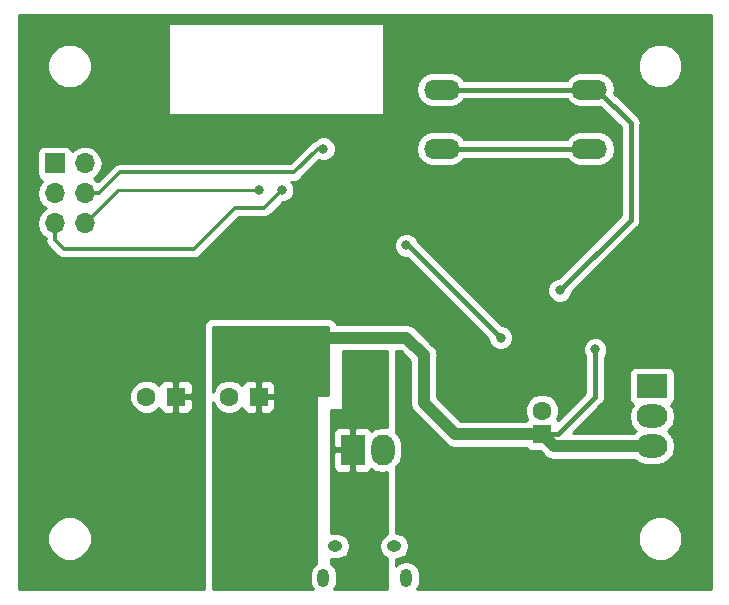
<source format=gbr>
G04 #@! TF.GenerationSoftware,KiCad,Pcbnew,5.0.1*
G04 #@! TF.CreationDate,2018-11-13T21:20:22+00:00*
G04 #@! TF.ProjectId,ESP8266-WS2812B,455350383236362D575332383132422E,rev?*
G04 #@! TF.SameCoordinates,Original*
G04 #@! TF.FileFunction,Copper,L2,Bot,Signal*
G04 #@! TF.FilePolarity,Positive*
%FSLAX46Y46*%
G04 Gerber Fmt 4.6, Leading zero omitted, Abs format (unit mm)*
G04 Created by KiCad (PCBNEW 5.0.1) date Tue 13 Nov 2018 21:20:22 GMT*
%MOMM*%
%LPD*%
G01*
G04 APERTURE LIST*
G04 #@! TA.AperFunction,ComponentPad*
%ADD10C,1.600000*%
G04 #@! TD*
G04 #@! TA.AperFunction,ComponentPad*
%ADD11R,1.600000X1.600000*%
G04 #@! TD*
G04 #@! TA.AperFunction,ComponentPad*
%ADD12O,1.000000X1.550000*%
G04 #@! TD*
G04 #@! TA.AperFunction,ComponentPad*
%ADD13O,1.250000X0.950000*%
G04 #@! TD*
G04 #@! TA.AperFunction,ComponentPad*
%ADD14O,2.000000X2.600000*%
G04 #@! TD*
G04 #@! TA.AperFunction,ComponentPad*
%ADD15R,2.000000X2.600000*%
G04 #@! TD*
G04 #@! TA.AperFunction,ComponentPad*
%ADD16O,2.600000X2.000000*%
G04 #@! TD*
G04 #@! TA.AperFunction,ComponentPad*
%ADD17R,2.600000X2.000000*%
G04 #@! TD*
G04 #@! TA.AperFunction,ComponentPad*
%ADD18O,3.048000X1.727200*%
G04 #@! TD*
G04 #@! TA.AperFunction,ComponentPad*
%ADD19O,1.700000X1.700000*%
G04 #@! TD*
G04 #@! TA.AperFunction,ComponentPad*
%ADD20R,1.700000X1.700000*%
G04 #@! TD*
G04 #@! TA.AperFunction,ViaPad*
%ADD21C,0.800000*%
G04 #@! TD*
G04 #@! TA.AperFunction,Conductor*
%ADD22C,1.000000*%
G04 #@! TD*
G04 #@! TA.AperFunction,Conductor*
%ADD23C,0.400000*%
G04 #@! TD*
G04 #@! TA.AperFunction,Conductor*
%ADD24C,0.250000*%
G04 #@! TD*
G04 #@! TA.AperFunction,Conductor*
%ADD25C,0.300000*%
G04 #@! TD*
G04 #@! TA.AperFunction,Conductor*
%ADD26C,0.254000*%
G04 #@! TD*
G04 APERTURE END LIST*
D10*
G04 #@! TO.P,C1,2*
G04 #@! TO.N,GND*
X145000000Y-134176000D03*
D11*
G04 #@! TO.P,C1,1*
G04 #@! TO.N,+5V*
X145000000Y-136176000D03*
G04 #@! TD*
D10*
G04 #@! TO.P,C5,2*
G04 #@! TO.N,GND*
X118500000Y-133000000D03*
D11*
G04 #@! TO.P,C5,1*
G04 #@! TO.N,+5V*
X121000000Y-133000000D03*
G04 #@! TD*
G04 #@! TO.P,C6,1*
G04 #@! TO.N,+3V3*
X114000000Y-133000000D03*
D10*
G04 #@! TO.P,C6,2*
G04 #@! TO.N,GND*
X111500000Y-133000000D03*
G04 #@! TD*
D12*
G04 #@! TO.P,J1,6*
G04 #@! TO.N,GND*
X133500000Y-148350000D03*
X126500000Y-148350000D03*
D13*
X132500000Y-145650000D03*
X127500000Y-145650000D03*
G04 #@! TD*
D14*
G04 #@! TO.P,J2,2*
G04 #@! TO.N,GND*
X131500000Y-137500000D03*
D15*
G04 #@! TO.P,J2,1*
G04 #@! TO.N,/5V_Input*
X128960000Y-137500000D03*
G04 #@! TD*
D16*
G04 #@! TO.P,J4,3*
G04 #@! TO.N,+5V*
X154305000Y-137192000D03*
G04 #@! TO.P,J4,2*
G04 #@! TO.N,/DATA*
X154305000Y-134652000D03*
D17*
G04 #@! TO.P,J4,1*
G04 #@! TO.N,GND*
X154305000Y-132112000D03*
G04 #@! TD*
D18*
G04 #@! TO.P,SW1,2*
G04 #@! TO.N,/Button_Open_Side*
X149000000Y-107000000D03*
G04 #@! TO.P,SW1,1*
G04 #@! TO.N,/ESP8266/GPIO4*
X149000000Y-112000000D03*
G04 #@! TO.P,SW1,2*
G04 #@! TO.N,/Button_Open_Side*
X136500000Y-107000000D03*
G04 #@! TO.P,SW1,1*
G04 #@! TO.N,/ESP8266/GPIO4*
X136500000Y-112000000D03*
G04 #@! TD*
D19*
G04 #@! TO.P,J3,6*
G04 #@! TO.N,/GPIO0*
X106290000Y-118330000D03*
G04 #@! TO.P,J3,5*
G04 #@! TO.N,/TXD*
X103750000Y-118330000D03*
G04 #@! TO.P,J3,4*
G04 #@! TO.N,/RXD*
X106290000Y-115790000D03*
G04 #@! TO.P,J3,3*
G04 #@! TO.N,Net-(J3-Pad3)*
X103750000Y-115790000D03*
G04 #@! TO.P,J3,2*
G04 #@! TO.N,/~RST*
X106290000Y-113250000D03*
D20*
G04 #@! TO.P,J3,1*
G04 #@! TO.N,GND*
X103750000Y-113250000D03*
G04 #@! TD*
D21*
G04 #@! TO.N,+5V*
X125500000Y-132500016D03*
X125500000Y-131000000D03*
X124999998Y-140499998D03*
X149500000Y-129000000D03*
G04 #@! TO.N,+3V3*
X110000000Y-104000000D03*
X112000000Y-112000000D03*
X105999948Y-125000000D03*
X105000000Y-124000000D03*
X138500000Y-121000000D03*
X138500000Y-117000000D03*
X142000000Y-120500000D03*
X145000000Y-120500000D03*
X137500000Y-145500000D03*
G04 #@! TO.N,/ESP8266/GPIO2*
X141500000Y-128000000D03*
X133500000Y-120190000D03*
G04 #@! TO.N,/Button_Open_Side*
X146500000Y-124000000D03*
G04 #@! TO.N,/5V_Input*
X130500000Y-130500000D03*
X130000000Y-132000000D03*
X128000000Y-144000000D03*
X128500000Y-147500000D03*
G04 #@! TO.N,/GPIO0*
X120999958Y-115500000D03*
G04 #@! TO.N,/TXD*
X123000000Y-115500000D03*
G04 #@! TO.N,/RXD*
X126500000Y-112000000D03*
G04 #@! TD*
D22*
G04 #@! TO.N,+5V*
X133500000Y-128000000D02*
X125500000Y-128000000D01*
X135000000Y-129500000D02*
X133500000Y-128000000D01*
X145000000Y-136176000D02*
X137676000Y-136176000D01*
X135000000Y-133500000D02*
X135000000Y-129500000D01*
X137676000Y-136176000D02*
X135000000Y-133500000D01*
X146016000Y-137192000D02*
X154305000Y-137192000D01*
X145000000Y-136176000D02*
X146016000Y-137192000D01*
D23*
X149500000Y-129000000D02*
X149500000Y-133000000D01*
X146324000Y-136176000D02*
X145000000Y-136176000D01*
X149500000Y-133000000D02*
X146324000Y-136176000D01*
G04 #@! TO.N,/ESP8266/GPIO2*
X133690000Y-120190000D02*
X133500000Y-120190000D01*
X141500000Y-128000000D02*
X133690000Y-120190000D01*
G04 #@! TO.N,/ESP8266/GPIO4*
X136500000Y-112000000D02*
X149000000Y-112000000D01*
G04 #@! TO.N,/Button_Open_Side*
X147076000Y-107000000D02*
X136500000Y-107000000D01*
X149000000Y-107000000D02*
X147076000Y-107000000D01*
X149660400Y-107000000D02*
X152500000Y-109839600D01*
X149000000Y-107000000D02*
X149660400Y-107000000D01*
X152500000Y-109839600D02*
X152500000Y-118000000D01*
X152500000Y-118000000D02*
X146500000Y-124000000D01*
D24*
G04 #@! TO.N,/GPIO0*
X109120000Y-115500000D02*
X120434273Y-115500000D01*
X106290000Y-118330000D02*
X109120000Y-115500000D01*
X120434273Y-115500000D02*
X120999958Y-115500000D01*
D25*
G04 #@! TO.N,/TXD*
X119000000Y-117000000D02*
X121500000Y-117000000D01*
X104500000Y-120500000D02*
X115500000Y-120500000D01*
X103750000Y-118330000D02*
X103750000Y-119750000D01*
X121500000Y-117000000D02*
X123000000Y-115500000D01*
X115500000Y-120500000D02*
X119000000Y-117000000D01*
X103750000Y-119750000D02*
X104500000Y-120500000D01*
G04 #@! TO.N,/RXD*
X107492081Y-115790000D02*
X109282081Y-114000000D01*
X106290000Y-115790000D02*
X107492081Y-115790000D01*
X109282081Y-114000000D02*
X124000000Y-114000000D01*
X124000000Y-114000000D02*
X126000000Y-112000000D01*
X126000000Y-112000000D02*
X126500000Y-112000000D01*
G04 #@! TD*
D26*
G04 #@! TO.N,+5V*
G36*
X126873000Y-132873000D02*
X126000000Y-132873000D01*
X125951399Y-132882667D01*
X125910197Y-132910197D01*
X125882667Y-132951399D01*
X125873000Y-133000000D01*
X125873000Y-147128896D01*
X125681711Y-147256711D01*
X125430854Y-147632146D01*
X125365000Y-147963218D01*
X125365000Y-148736783D01*
X125430854Y-149067855D01*
X125579287Y-149290000D01*
X117127000Y-149290000D01*
X117127000Y-133435120D01*
X117283466Y-133812862D01*
X117687138Y-134216534D01*
X118214561Y-134435000D01*
X118785439Y-134435000D01*
X119312862Y-134216534D01*
X119576155Y-133953241D01*
X119661673Y-134159699D01*
X119840302Y-134338327D01*
X120073691Y-134435000D01*
X120714250Y-134435000D01*
X120873000Y-134276250D01*
X120873000Y-133127000D01*
X121127000Y-133127000D01*
X121127000Y-134276250D01*
X121285750Y-134435000D01*
X121926309Y-134435000D01*
X122159698Y-134338327D01*
X122338327Y-134159699D01*
X122435000Y-133926310D01*
X122435000Y-133285750D01*
X122276250Y-133127000D01*
X121127000Y-133127000D01*
X120873000Y-133127000D01*
X120853000Y-133127000D01*
X120853000Y-132873000D01*
X120873000Y-132873000D01*
X120873000Y-131723750D01*
X121127000Y-131723750D01*
X121127000Y-132873000D01*
X122276250Y-132873000D01*
X122435000Y-132714250D01*
X122435000Y-132073690D01*
X122338327Y-131840301D01*
X122159698Y-131661673D01*
X121926309Y-131565000D01*
X121285750Y-131565000D01*
X121127000Y-131723750D01*
X120873000Y-131723750D01*
X120714250Y-131565000D01*
X120073691Y-131565000D01*
X119840302Y-131661673D01*
X119661673Y-131840301D01*
X119576155Y-132046759D01*
X119312862Y-131783466D01*
X118785439Y-131565000D01*
X118214561Y-131565000D01*
X117687138Y-131783466D01*
X117283466Y-132187138D01*
X117127000Y-132564880D01*
X117127000Y-127127000D01*
X126873000Y-127127000D01*
X126873000Y-132873000D01*
X126873000Y-132873000D01*
G37*
X126873000Y-132873000D02*
X126000000Y-132873000D01*
X125951399Y-132882667D01*
X125910197Y-132910197D01*
X125882667Y-132951399D01*
X125873000Y-133000000D01*
X125873000Y-147128896D01*
X125681711Y-147256711D01*
X125430854Y-147632146D01*
X125365000Y-147963218D01*
X125365000Y-148736783D01*
X125430854Y-149067855D01*
X125579287Y-149290000D01*
X117127000Y-149290000D01*
X117127000Y-133435120D01*
X117283466Y-133812862D01*
X117687138Y-134216534D01*
X118214561Y-134435000D01*
X118785439Y-134435000D01*
X119312862Y-134216534D01*
X119576155Y-133953241D01*
X119661673Y-134159699D01*
X119840302Y-134338327D01*
X120073691Y-134435000D01*
X120714250Y-134435000D01*
X120873000Y-134276250D01*
X120873000Y-133127000D01*
X121127000Y-133127000D01*
X121127000Y-134276250D01*
X121285750Y-134435000D01*
X121926309Y-134435000D01*
X122159698Y-134338327D01*
X122338327Y-134159699D01*
X122435000Y-133926310D01*
X122435000Y-133285750D01*
X122276250Y-133127000D01*
X121127000Y-133127000D01*
X120873000Y-133127000D01*
X120853000Y-133127000D01*
X120853000Y-132873000D01*
X120873000Y-132873000D01*
X120873000Y-131723750D01*
X121127000Y-131723750D01*
X121127000Y-132873000D01*
X122276250Y-132873000D01*
X122435000Y-132714250D01*
X122435000Y-132073690D01*
X122338327Y-131840301D01*
X122159698Y-131661673D01*
X121926309Y-131565000D01*
X121285750Y-131565000D01*
X121127000Y-131723750D01*
X120873000Y-131723750D01*
X120714250Y-131565000D01*
X120073691Y-131565000D01*
X119840302Y-131661673D01*
X119661673Y-131840301D01*
X119576155Y-132046759D01*
X119312862Y-131783466D01*
X118785439Y-131565000D01*
X118214561Y-131565000D01*
X117687138Y-131783466D01*
X117283466Y-132187138D01*
X117127000Y-132564880D01*
X117127000Y-127127000D01*
X126873000Y-127127000D01*
X126873000Y-132873000D01*
G04 #@! TO.N,/5V_Input*
G36*
X131873000Y-135607163D02*
X131500000Y-135532969D01*
X130862055Y-135659864D01*
X130518635Y-135889330D01*
X130498327Y-135840301D01*
X130319698Y-135661673D01*
X130086309Y-135565000D01*
X129245750Y-135565000D01*
X129087000Y-135723750D01*
X129087000Y-137373000D01*
X129107000Y-137373000D01*
X129107000Y-137627000D01*
X129087000Y-137627000D01*
X129087000Y-139276250D01*
X129245750Y-139435000D01*
X130086309Y-139435000D01*
X130319698Y-139338327D01*
X130498327Y-139159699D01*
X130518635Y-139110670D01*
X130862056Y-139340136D01*
X131500000Y-139467031D01*
X131873000Y-139392837D01*
X131873000Y-144633736D01*
X131549735Y-144849735D01*
X131304403Y-145216900D01*
X131218254Y-145650000D01*
X131304403Y-146083100D01*
X131549735Y-146450265D01*
X131873000Y-146666264D01*
X131873000Y-149290000D01*
X127420713Y-149290000D01*
X127569146Y-149067854D01*
X127635000Y-148736782D01*
X127635000Y-147963217D01*
X127569146Y-147632145D01*
X127318289Y-147256711D01*
X127127000Y-147128896D01*
X127127000Y-146737388D01*
X127240676Y-146760000D01*
X127759324Y-146760000D01*
X128083100Y-146695597D01*
X128450265Y-146450265D01*
X128695597Y-146083100D01*
X128781746Y-145650000D01*
X128695597Y-145216900D01*
X128450265Y-144849735D01*
X128083100Y-144604403D01*
X127759324Y-144540000D01*
X127240676Y-144540000D01*
X127127000Y-144562612D01*
X127127000Y-137785750D01*
X127325000Y-137785750D01*
X127325000Y-138926310D01*
X127421673Y-139159699D01*
X127600302Y-139338327D01*
X127833691Y-139435000D01*
X128674250Y-139435000D01*
X128833000Y-139276250D01*
X128833000Y-137627000D01*
X127483750Y-137627000D01*
X127325000Y-137785750D01*
X127127000Y-137785750D01*
X127127000Y-136073690D01*
X127325000Y-136073690D01*
X127325000Y-137214250D01*
X127483750Y-137373000D01*
X128833000Y-137373000D01*
X128833000Y-135723750D01*
X128674250Y-135565000D01*
X127833691Y-135565000D01*
X127600302Y-135661673D01*
X127421673Y-135840301D01*
X127325000Y-136073690D01*
X127127000Y-136073690D01*
X127127000Y-134127000D01*
X128000000Y-134127000D01*
X128048601Y-134117333D01*
X128089803Y-134089803D01*
X128117333Y-134048601D01*
X128127000Y-134000000D01*
X128127000Y-129135000D01*
X131873000Y-129135000D01*
X131873000Y-135607163D01*
X131873000Y-135607163D01*
G37*
X131873000Y-135607163D02*
X131500000Y-135532969D01*
X130862055Y-135659864D01*
X130518635Y-135889330D01*
X130498327Y-135840301D01*
X130319698Y-135661673D01*
X130086309Y-135565000D01*
X129245750Y-135565000D01*
X129087000Y-135723750D01*
X129087000Y-137373000D01*
X129107000Y-137373000D01*
X129107000Y-137627000D01*
X129087000Y-137627000D01*
X129087000Y-139276250D01*
X129245750Y-139435000D01*
X130086309Y-139435000D01*
X130319698Y-139338327D01*
X130498327Y-139159699D01*
X130518635Y-139110670D01*
X130862056Y-139340136D01*
X131500000Y-139467031D01*
X131873000Y-139392837D01*
X131873000Y-144633736D01*
X131549735Y-144849735D01*
X131304403Y-145216900D01*
X131218254Y-145650000D01*
X131304403Y-146083100D01*
X131549735Y-146450265D01*
X131873000Y-146666264D01*
X131873000Y-149290000D01*
X127420713Y-149290000D01*
X127569146Y-149067854D01*
X127635000Y-148736782D01*
X127635000Y-147963217D01*
X127569146Y-147632145D01*
X127318289Y-147256711D01*
X127127000Y-147128896D01*
X127127000Y-146737388D01*
X127240676Y-146760000D01*
X127759324Y-146760000D01*
X128083100Y-146695597D01*
X128450265Y-146450265D01*
X128695597Y-146083100D01*
X128781746Y-145650000D01*
X128695597Y-145216900D01*
X128450265Y-144849735D01*
X128083100Y-144604403D01*
X127759324Y-144540000D01*
X127240676Y-144540000D01*
X127127000Y-144562612D01*
X127127000Y-137785750D01*
X127325000Y-137785750D01*
X127325000Y-138926310D01*
X127421673Y-139159699D01*
X127600302Y-139338327D01*
X127833691Y-139435000D01*
X128674250Y-139435000D01*
X128833000Y-139276250D01*
X128833000Y-137627000D01*
X127483750Y-137627000D01*
X127325000Y-137785750D01*
X127127000Y-137785750D01*
X127127000Y-136073690D01*
X127325000Y-136073690D01*
X127325000Y-137214250D01*
X127483750Y-137373000D01*
X128833000Y-137373000D01*
X128833000Y-135723750D01*
X128674250Y-135565000D01*
X127833691Y-135565000D01*
X127600302Y-135661673D01*
X127421673Y-135840301D01*
X127325000Y-136073690D01*
X127127000Y-136073690D01*
X127127000Y-134127000D01*
X128000000Y-134127000D01*
X128048601Y-134117333D01*
X128089803Y-134089803D01*
X128117333Y-134048601D01*
X128127000Y-134000000D01*
X128127000Y-129135000D01*
X131873000Y-129135000D01*
X131873000Y-135607163D01*
G04 #@! TO.N,+3V3*
G36*
X159290000Y-149290000D02*
X134420713Y-149290000D01*
X134569146Y-149067854D01*
X134635000Y-148736782D01*
X134635000Y-147963217D01*
X134569146Y-147632145D01*
X134318289Y-147256711D01*
X133942854Y-147005854D01*
X133500000Y-146917765D01*
X133057145Y-147005854D01*
X132681711Y-147256711D01*
X132635000Y-147326619D01*
X132635000Y-146760000D01*
X132759324Y-146760000D01*
X133083100Y-146695597D01*
X133450265Y-146450265D01*
X133695597Y-146083100D01*
X133781746Y-145650000D01*
X133695597Y-145216900D01*
X133450265Y-144849735D01*
X133114001Y-144625050D01*
X153115000Y-144625050D01*
X153115000Y-145374950D01*
X153401974Y-146067767D01*
X153932233Y-146598026D01*
X154625050Y-146885000D01*
X155374950Y-146885000D01*
X156067767Y-146598026D01*
X156598026Y-146067767D01*
X156885000Y-145374950D01*
X156885000Y-144625050D01*
X156598026Y-143932233D01*
X156067767Y-143401974D01*
X155374950Y-143115000D01*
X154625050Y-143115000D01*
X153932233Y-143401974D01*
X153401974Y-143932233D01*
X153115000Y-144625050D01*
X133114001Y-144625050D01*
X133083100Y-144604403D01*
X132759324Y-144540000D01*
X132635000Y-144540000D01*
X132635000Y-139008015D01*
X132678769Y-138978769D01*
X133040136Y-138437945D01*
X133135000Y-137961030D01*
X133135000Y-137038969D01*
X133040136Y-136562055D01*
X132678769Y-136021231D01*
X132635000Y-135991986D01*
X132635000Y-129135000D01*
X133029869Y-129135000D01*
X133865001Y-129970133D01*
X133865000Y-133388217D01*
X133842765Y-133500000D01*
X133865000Y-133611782D01*
X133930854Y-133942854D01*
X134181711Y-134318289D01*
X134276482Y-134381613D01*
X136794390Y-136899523D01*
X136857711Y-136994289D01*
X137233145Y-137245146D01*
X137564217Y-137311000D01*
X137675999Y-137333235D01*
X137787781Y-137311000D01*
X143660132Y-137311000D01*
X143742191Y-137433809D01*
X143952235Y-137574157D01*
X144200000Y-137623440D01*
X144842308Y-137623440D01*
X145134389Y-137915521D01*
X145197711Y-138010289D01*
X145573145Y-138261146D01*
X146016000Y-138349235D01*
X146127783Y-138327000D01*
X152796985Y-138327000D01*
X152826231Y-138370769D01*
X153367055Y-138732136D01*
X153843969Y-138827000D01*
X154766031Y-138827000D01*
X155242945Y-138732136D01*
X155783769Y-138370769D01*
X156145136Y-137829945D01*
X156272031Y-137192000D01*
X156145136Y-136554055D01*
X155783769Y-136013231D01*
X155647232Y-135922000D01*
X155783769Y-135830769D01*
X156145136Y-135289945D01*
X156272031Y-134652000D01*
X156145136Y-134014055D01*
X155914511Y-133668900D01*
X156062809Y-133569809D01*
X156203157Y-133359765D01*
X156252440Y-133112000D01*
X156252440Y-131112000D01*
X156203157Y-130864235D01*
X156062809Y-130654191D01*
X155852765Y-130513843D01*
X155605000Y-130464560D01*
X153005000Y-130464560D01*
X152757235Y-130513843D01*
X152547191Y-130654191D01*
X152406843Y-130864235D01*
X152357560Y-131112000D01*
X152357560Y-133112000D01*
X152406843Y-133359765D01*
X152547191Y-133569809D01*
X152695489Y-133668900D01*
X152464864Y-134014055D01*
X152337969Y-134652000D01*
X152464864Y-135289945D01*
X152826231Y-135830769D01*
X152962768Y-135922000D01*
X152826231Y-136013231D01*
X152796985Y-136057000D01*
X147623867Y-136057000D01*
X150032286Y-133648583D01*
X150102001Y-133602001D01*
X150188043Y-133473231D01*
X150286552Y-133325801D01*
X150294519Y-133285750D01*
X150335000Y-133082237D01*
X150335000Y-133082234D01*
X150351357Y-133000001D01*
X150335000Y-132917768D01*
X150335000Y-129628711D01*
X150377431Y-129586280D01*
X150535000Y-129205874D01*
X150535000Y-128794126D01*
X150377431Y-128413720D01*
X150086280Y-128122569D01*
X149705874Y-127965000D01*
X149294126Y-127965000D01*
X148913720Y-128122569D01*
X148622569Y-128413720D01*
X148465000Y-128794126D01*
X148465000Y-129205874D01*
X148622569Y-129586280D01*
X148665000Y-129628711D01*
X148665001Y-132654130D01*
X146315140Y-135003992D01*
X146257809Y-134918191D01*
X146248409Y-134911910D01*
X146435000Y-134461439D01*
X146435000Y-133890561D01*
X146216534Y-133363138D01*
X145812862Y-132959466D01*
X145285439Y-132741000D01*
X144714561Y-132741000D01*
X144187138Y-132959466D01*
X143783466Y-133363138D01*
X143565000Y-133890561D01*
X143565000Y-134461439D01*
X143751591Y-134911910D01*
X143742191Y-134918191D01*
X143660132Y-135041000D01*
X138146133Y-135041000D01*
X136135000Y-133029869D01*
X136135000Y-129611781D01*
X136157235Y-129499999D01*
X136135000Y-129388217D01*
X136069146Y-129057145D01*
X135818289Y-128681711D01*
X135723521Y-128618389D01*
X134381613Y-127276482D01*
X134318289Y-127181711D01*
X133942855Y-126930854D01*
X133611783Y-126865000D01*
X133500000Y-126842765D01*
X133388217Y-126865000D01*
X127608147Y-126865000D01*
X127586664Y-126756996D01*
X127449013Y-126550987D01*
X127243004Y-126413336D01*
X127000000Y-126365000D01*
X117000000Y-126365000D01*
X116756996Y-126413336D01*
X116550987Y-126550987D01*
X116413336Y-126756996D01*
X116365000Y-127000000D01*
X116365000Y-149290000D01*
X100710000Y-149290000D01*
X100710000Y-144625050D01*
X103115000Y-144625050D01*
X103115000Y-145374950D01*
X103401974Y-146067767D01*
X103932233Y-146598026D01*
X104625050Y-146885000D01*
X105374950Y-146885000D01*
X106067767Y-146598026D01*
X106598026Y-146067767D01*
X106885000Y-145374950D01*
X106885000Y-144625050D01*
X106598026Y-143932233D01*
X106067767Y-143401974D01*
X105374950Y-143115000D01*
X104625050Y-143115000D01*
X103932233Y-143401974D01*
X103401974Y-143932233D01*
X103115000Y-144625050D01*
X100710000Y-144625050D01*
X100710000Y-132714561D01*
X110065000Y-132714561D01*
X110065000Y-133285439D01*
X110283466Y-133812862D01*
X110687138Y-134216534D01*
X111214561Y-134435000D01*
X111785439Y-134435000D01*
X112312862Y-134216534D01*
X112576155Y-133953241D01*
X112661673Y-134159699D01*
X112840302Y-134338327D01*
X113073691Y-134435000D01*
X113714250Y-134435000D01*
X113873000Y-134276250D01*
X113873000Y-133127000D01*
X114127000Y-133127000D01*
X114127000Y-134276250D01*
X114285750Y-134435000D01*
X114926309Y-134435000D01*
X115159698Y-134338327D01*
X115338327Y-134159699D01*
X115435000Y-133926310D01*
X115435000Y-133285750D01*
X115276250Y-133127000D01*
X114127000Y-133127000D01*
X113873000Y-133127000D01*
X113853000Y-133127000D01*
X113853000Y-132873000D01*
X113873000Y-132873000D01*
X113873000Y-131723750D01*
X114127000Y-131723750D01*
X114127000Y-132873000D01*
X115276250Y-132873000D01*
X115435000Y-132714250D01*
X115435000Y-132073690D01*
X115338327Y-131840301D01*
X115159698Y-131661673D01*
X114926309Y-131565000D01*
X114285750Y-131565000D01*
X114127000Y-131723750D01*
X113873000Y-131723750D01*
X113714250Y-131565000D01*
X113073691Y-131565000D01*
X112840302Y-131661673D01*
X112661673Y-131840301D01*
X112576155Y-132046759D01*
X112312862Y-131783466D01*
X111785439Y-131565000D01*
X111214561Y-131565000D01*
X110687138Y-131783466D01*
X110283466Y-132187138D01*
X110065000Y-132714561D01*
X100710000Y-132714561D01*
X100710000Y-115790000D01*
X102235908Y-115790000D01*
X102351161Y-116369418D01*
X102679375Y-116860625D01*
X102977761Y-117060000D01*
X102679375Y-117259375D01*
X102351161Y-117750582D01*
X102235908Y-118330000D01*
X102351161Y-118909418D01*
X102679375Y-119400625D01*
X102965001Y-119591474D01*
X102965001Y-119672684D01*
X102949622Y-119750000D01*
X103010546Y-120056291D01*
X103140251Y-120250408D01*
X103140254Y-120250411D01*
X103184048Y-120315953D01*
X103249590Y-120359747D01*
X103890253Y-121000411D01*
X103934047Y-121065953D01*
X103999589Y-121109747D01*
X103999591Y-121109749D01*
X104074625Y-121159885D01*
X104193708Y-121239454D01*
X104422684Y-121285000D01*
X104422688Y-121285000D01*
X104499999Y-121300378D01*
X104577310Y-121285000D01*
X115422688Y-121285000D01*
X115500000Y-121300378D01*
X115577312Y-121285000D01*
X115577316Y-121285000D01*
X115806292Y-121239454D01*
X116065953Y-121065953D01*
X116109749Y-121000408D01*
X117126031Y-119984126D01*
X132465000Y-119984126D01*
X132465000Y-120395874D01*
X132622569Y-120776280D01*
X132913720Y-121067431D01*
X133294126Y-121225000D01*
X133544133Y-121225000D01*
X140465000Y-128145868D01*
X140465000Y-128205874D01*
X140622569Y-128586280D01*
X140913720Y-128877431D01*
X141294126Y-129035000D01*
X141705874Y-129035000D01*
X142086280Y-128877431D01*
X142377431Y-128586280D01*
X142535000Y-128205874D01*
X142535000Y-127794126D01*
X142377431Y-127413720D01*
X142086280Y-127122569D01*
X141705874Y-126965000D01*
X141645868Y-126965000D01*
X134443081Y-119762214D01*
X134377431Y-119603720D01*
X134086280Y-119312569D01*
X133705874Y-119155000D01*
X133294126Y-119155000D01*
X132913720Y-119312569D01*
X132622569Y-119603720D01*
X132465000Y-119984126D01*
X117126031Y-119984126D01*
X119325158Y-117785000D01*
X121422688Y-117785000D01*
X121500000Y-117800378D01*
X121577312Y-117785000D01*
X121577316Y-117785000D01*
X121806292Y-117739454D01*
X122065953Y-117565953D01*
X122109749Y-117500408D01*
X123075158Y-116535000D01*
X123205874Y-116535000D01*
X123586280Y-116377431D01*
X123877431Y-116086280D01*
X124035000Y-115705874D01*
X124035000Y-115294126D01*
X123877431Y-114913720D01*
X123748711Y-114785000D01*
X123922688Y-114785000D01*
X124000000Y-114800378D01*
X124077312Y-114785000D01*
X124077316Y-114785000D01*
X124306292Y-114739454D01*
X124565953Y-114565953D01*
X124609749Y-114500408D01*
X126139292Y-112970866D01*
X126294126Y-113035000D01*
X126705874Y-113035000D01*
X127086280Y-112877431D01*
X127377431Y-112586280D01*
X127535000Y-112205874D01*
X127535000Y-112000000D01*
X134311641Y-112000000D01*
X134427950Y-112584725D01*
X134759170Y-113080430D01*
X135254875Y-113411650D01*
X135692002Y-113498600D01*
X137307998Y-113498600D01*
X137745125Y-113411650D01*
X138240830Y-113080430D01*
X138404821Y-112835000D01*
X147095179Y-112835000D01*
X147259170Y-113080430D01*
X147754875Y-113411650D01*
X148192002Y-113498600D01*
X149807998Y-113498600D01*
X150245125Y-113411650D01*
X150740830Y-113080430D01*
X151072050Y-112584725D01*
X151188359Y-112000000D01*
X151072050Y-111415275D01*
X150740830Y-110919570D01*
X150245125Y-110588350D01*
X149807998Y-110501400D01*
X148192002Y-110501400D01*
X147754875Y-110588350D01*
X147259170Y-110919570D01*
X147095179Y-111165000D01*
X138404821Y-111165000D01*
X138240830Y-110919570D01*
X137745125Y-110588350D01*
X137307998Y-110501400D01*
X135692002Y-110501400D01*
X135254875Y-110588350D01*
X134759170Y-110919570D01*
X134427950Y-111415275D01*
X134311641Y-112000000D01*
X127535000Y-112000000D01*
X127535000Y-111794126D01*
X127377431Y-111413720D01*
X127086280Y-111122569D01*
X126705874Y-110965000D01*
X126294126Y-110965000D01*
X125913720Y-111122569D01*
X125796112Y-111240177D01*
X125693708Y-111260546D01*
X125574625Y-111340115D01*
X125499591Y-111390251D01*
X125499589Y-111390253D01*
X125434047Y-111434047D01*
X125390253Y-111499589D01*
X123674843Y-113215000D01*
X109359391Y-113215000D01*
X109282080Y-113199622D01*
X109204769Y-113215000D01*
X109204765Y-113215000D01*
X108975789Y-113260546D01*
X108856706Y-113340115D01*
X108781672Y-113390251D01*
X108781670Y-113390253D01*
X108716128Y-113434047D01*
X108672334Y-113499589D01*
X107397444Y-114774479D01*
X107360625Y-114719375D01*
X107062239Y-114520000D01*
X107360625Y-114320625D01*
X107688839Y-113829418D01*
X107804092Y-113250000D01*
X107688839Y-112670582D01*
X107360625Y-112179375D01*
X106869418Y-111851161D01*
X106436256Y-111765000D01*
X106143744Y-111765000D01*
X105710582Y-111851161D01*
X105219375Y-112179375D01*
X105207184Y-112197619D01*
X105198157Y-112152235D01*
X105057809Y-111942191D01*
X104847765Y-111801843D01*
X104600000Y-111752560D01*
X102900000Y-111752560D01*
X102652235Y-111801843D01*
X102442191Y-111942191D01*
X102301843Y-112152235D01*
X102252560Y-112400000D01*
X102252560Y-114100000D01*
X102301843Y-114347765D01*
X102442191Y-114557809D01*
X102652235Y-114698157D01*
X102697619Y-114707184D01*
X102679375Y-114719375D01*
X102351161Y-115210582D01*
X102235908Y-115790000D01*
X100710000Y-115790000D01*
X100710000Y-104625050D01*
X103115000Y-104625050D01*
X103115000Y-105374950D01*
X103401974Y-106067767D01*
X103932233Y-106598026D01*
X104625050Y-106885000D01*
X105374950Y-106885000D01*
X106067767Y-106598026D01*
X106598026Y-106067767D01*
X106885000Y-105374950D01*
X106885000Y-104625050D01*
X106598026Y-103932233D01*
X106067767Y-103401974D01*
X105374950Y-103115000D01*
X104625050Y-103115000D01*
X103932233Y-103401974D01*
X103401974Y-103932233D01*
X103115000Y-104625050D01*
X100710000Y-104625050D01*
X100710000Y-101500000D01*
X113373000Y-101500000D01*
X113373000Y-109000000D01*
X113382667Y-109048601D01*
X113410197Y-109089803D01*
X113451399Y-109117333D01*
X113500000Y-109127000D01*
X131500000Y-109127000D01*
X131548601Y-109117333D01*
X131589803Y-109089803D01*
X131617333Y-109048601D01*
X131627000Y-109000000D01*
X131627000Y-107000000D01*
X134311641Y-107000000D01*
X134427950Y-107584725D01*
X134759170Y-108080430D01*
X135254875Y-108411650D01*
X135692002Y-108498600D01*
X137307998Y-108498600D01*
X137745125Y-108411650D01*
X138240830Y-108080430D01*
X138404821Y-107835000D01*
X147095179Y-107835000D01*
X147259170Y-108080430D01*
X147754875Y-108411650D01*
X148192002Y-108498600D01*
X149807998Y-108498600D01*
X149949906Y-108470373D01*
X151665000Y-110185468D01*
X151665001Y-117654130D01*
X146354133Y-122965000D01*
X146294126Y-122965000D01*
X145913720Y-123122569D01*
X145622569Y-123413720D01*
X145465000Y-123794126D01*
X145465000Y-124205874D01*
X145622569Y-124586280D01*
X145913720Y-124877431D01*
X146294126Y-125035000D01*
X146705874Y-125035000D01*
X147086280Y-124877431D01*
X147377431Y-124586280D01*
X147535000Y-124205874D01*
X147535000Y-124145867D01*
X153032286Y-118648583D01*
X153102001Y-118602001D01*
X153286552Y-118325801D01*
X153335000Y-118082237D01*
X153335000Y-118082234D01*
X153351357Y-118000001D01*
X153335000Y-117917768D01*
X153335000Y-109921837D01*
X153351358Y-109839600D01*
X153286552Y-109513799D01*
X153148584Y-109307316D01*
X153102001Y-109237599D01*
X153032283Y-109191015D01*
X151130773Y-107289505D01*
X151188359Y-107000000D01*
X151072050Y-106415275D01*
X150740830Y-105919570D01*
X150245125Y-105588350D01*
X149807998Y-105501400D01*
X148192002Y-105501400D01*
X147754875Y-105588350D01*
X147259170Y-105919570D01*
X147095179Y-106165000D01*
X138404821Y-106165000D01*
X138240830Y-105919570D01*
X137745125Y-105588350D01*
X137307998Y-105501400D01*
X135692002Y-105501400D01*
X135254875Y-105588350D01*
X134759170Y-105919570D01*
X134427950Y-106415275D01*
X134311641Y-107000000D01*
X131627000Y-107000000D01*
X131627000Y-104625050D01*
X153115000Y-104625050D01*
X153115000Y-105374950D01*
X153401974Y-106067767D01*
X153932233Y-106598026D01*
X154625050Y-106885000D01*
X155374950Y-106885000D01*
X156067767Y-106598026D01*
X156598026Y-106067767D01*
X156885000Y-105374950D01*
X156885000Y-104625050D01*
X156598026Y-103932233D01*
X156067767Y-103401974D01*
X155374950Y-103115000D01*
X154625050Y-103115000D01*
X153932233Y-103401974D01*
X153401974Y-103932233D01*
X153115000Y-104625050D01*
X131627000Y-104625050D01*
X131627000Y-101500000D01*
X131617333Y-101451399D01*
X131589803Y-101410197D01*
X131548601Y-101382667D01*
X131500000Y-101373000D01*
X113500000Y-101373000D01*
X113451399Y-101382667D01*
X113410197Y-101410197D01*
X113382667Y-101451399D01*
X113373000Y-101500000D01*
X100710000Y-101500000D01*
X100710000Y-100710000D01*
X159290001Y-100710000D01*
X159290000Y-149290000D01*
X159290000Y-149290000D01*
G37*
X159290000Y-149290000D02*
X134420713Y-149290000D01*
X134569146Y-149067854D01*
X134635000Y-148736782D01*
X134635000Y-147963217D01*
X134569146Y-147632145D01*
X134318289Y-147256711D01*
X133942854Y-147005854D01*
X133500000Y-146917765D01*
X133057145Y-147005854D01*
X132681711Y-147256711D01*
X132635000Y-147326619D01*
X132635000Y-146760000D01*
X132759324Y-146760000D01*
X133083100Y-146695597D01*
X133450265Y-146450265D01*
X133695597Y-146083100D01*
X133781746Y-145650000D01*
X133695597Y-145216900D01*
X133450265Y-144849735D01*
X133114001Y-144625050D01*
X153115000Y-144625050D01*
X153115000Y-145374950D01*
X153401974Y-146067767D01*
X153932233Y-146598026D01*
X154625050Y-146885000D01*
X155374950Y-146885000D01*
X156067767Y-146598026D01*
X156598026Y-146067767D01*
X156885000Y-145374950D01*
X156885000Y-144625050D01*
X156598026Y-143932233D01*
X156067767Y-143401974D01*
X155374950Y-143115000D01*
X154625050Y-143115000D01*
X153932233Y-143401974D01*
X153401974Y-143932233D01*
X153115000Y-144625050D01*
X133114001Y-144625050D01*
X133083100Y-144604403D01*
X132759324Y-144540000D01*
X132635000Y-144540000D01*
X132635000Y-139008015D01*
X132678769Y-138978769D01*
X133040136Y-138437945D01*
X133135000Y-137961030D01*
X133135000Y-137038969D01*
X133040136Y-136562055D01*
X132678769Y-136021231D01*
X132635000Y-135991986D01*
X132635000Y-129135000D01*
X133029869Y-129135000D01*
X133865001Y-129970133D01*
X133865000Y-133388217D01*
X133842765Y-133500000D01*
X133865000Y-133611782D01*
X133930854Y-133942854D01*
X134181711Y-134318289D01*
X134276482Y-134381613D01*
X136794390Y-136899523D01*
X136857711Y-136994289D01*
X137233145Y-137245146D01*
X137564217Y-137311000D01*
X137675999Y-137333235D01*
X137787781Y-137311000D01*
X143660132Y-137311000D01*
X143742191Y-137433809D01*
X143952235Y-137574157D01*
X144200000Y-137623440D01*
X144842308Y-137623440D01*
X145134389Y-137915521D01*
X145197711Y-138010289D01*
X145573145Y-138261146D01*
X146016000Y-138349235D01*
X146127783Y-138327000D01*
X152796985Y-138327000D01*
X152826231Y-138370769D01*
X153367055Y-138732136D01*
X153843969Y-138827000D01*
X154766031Y-138827000D01*
X155242945Y-138732136D01*
X155783769Y-138370769D01*
X156145136Y-137829945D01*
X156272031Y-137192000D01*
X156145136Y-136554055D01*
X155783769Y-136013231D01*
X155647232Y-135922000D01*
X155783769Y-135830769D01*
X156145136Y-135289945D01*
X156272031Y-134652000D01*
X156145136Y-134014055D01*
X155914511Y-133668900D01*
X156062809Y-133569809D01*
X156203157Y-133359765D01*
X156252440Y-133112000D01*
X156252440Y-131112000D01*
X156203157Y-130864235D01*
X156062809Y-130654191D01*
X155852765Y-130513843D01*
X155605000Y-130464560D01*
X153005000Y-130464560D01*
X152757235Y-130513843D01*
X152547191Y-130654191D01*
X152406843Y-130864235D01*
X152357560Y-131112000D01*
X152357560Y-133112000D01*
X152406843Y-133359765D01*
X152547191Y-133569809D01*
X152695489Y-133668900D01*
X152464864Y-134014055D01*
X152337969Y-134652000D01*
X152464864Y-135289945D01*
X152826231Y-135830769D01*
X152962768Y-135922000D01*
X152826231Y-136013231D01*
X152796985Y-136057000D01*
X147623867Y-136057000D01*
X150032286Y-133648583D01*
X150102001Y-133602001D01*
X150188043Y-133473231D01*
X150286552Y-133325801D01*
X150294519Y-133285750D01*
X150335000Y-133082237D01*
X150335000Y-133082234D01*
X150351357Y-133000001D01*
X150335000Y-132917768D01*
X150335000Y-129628711D01*
X150377431Y-129586280D01*
X150535000Y-129205874D01*
X150535000Y-128794126D01*
X150377431Y-128413720D01*
X150086280Y-128122569D01*
X149705874Y-127965000D01*
X149294126Y-127965000D01*
X148913720Y-128122569D01*
X148622569Y-128413720D01*
X148465000Y-128794126D01*
X148465000Y-129205874D01*
X148622569Y-129586280D01*
X148665000Y-129628711D01*
X148665001Y-132654130D01*
X146315140Y-135003992D01*
X146257809Y-134918191D01*
X146248409Y-134911910D01*
X146435000Y-134461439D01*
X146435000Y-133890561D01*
X146216534Y-133363138D01*
X145812862Y-132959466D01*
X145285439Y-132741000D01*
X144714561Y-132741000D01*
X144187138Y-132959466D01*
X143783466Y-133363138D01*
X143565000Y-133890561D01*
X143565000Y-134461439D01*
X143751591Y-134911910D01*
X143742191Y-134918191D01*
X143660132Y-135041000D01*
X138146133Y-135041000D01*
X136135000Y-133029869D01*
X136135000Y-129611781D01*
X136157235Y-129499999D01*
X136135000Y-129388217D01*
X136069146Y-129057145D01*
X135818289Y-128681711D01*
X135723521Y-128618389D01*
X134381613Y-127276482D01*
X134318289Y-127181711D01*
X133942855Y-126930854D01*
X133611783Y-126865000D01*
X133500000Y-126842765D01*
X133388217Y-126865000D01*
X127608147Y-126865000D01*
X127586664Y-126756996D01*
X127449013Y-126550987D01*
X127243004Y-126413336D01*
X127000000Y-126365000D01*
X117000000Y-126365000D01*
X116756996Y-126413336D01*
X116550987Y-126550987D01*
X116413336Y-126756996D01*
X116365000Y-127000000D01*
X116365000Y-149290000D01*
X100710000Y-149290000D01*
X100710000Y-144625050D01*
X103115000Y-144625050D01*
X103115000Y-145374950D01*
X103401974Y-146067767D01*
X103932233Y-146598026D01*
X104625050Y-146885000D01*
X105374950Y-146885000D01*
X106067767Y-146598026D01*
X106598026Y-146067767D01*
X106885000Y-145374950D01*
X106885000Y-144625050D01*
X106598026Y-143932233D01*
X106067767Y-143401974D01*
X105374950Y-143115000D01*
X104625050Y-143115000D01*
X103932233Y-143401974D01*
X103401974Y-143932233D01*
X103115000Y-144625050D01*
X100710000Y-144625050D01*
X100710000Y-132714561D01*
X110065000Y-132714561D01*
X110065000Y-133285439D01*
X110283466Y-133812862D01*
X110687138Y-134216534D01*
X111214561Y-134435000D01*
X111785439Y-134435000D01*
X112312862Y-134216534D01*
X112576155Y-133953241D01*
X112661673Y-134159699D01*
X112840302Y-134338327D01*
X113073691Y-134435000D01*
X113714250Y-134435000D01*
X113873000Y-134276250D01*
X113873000Y-133127000D01*
X114127000Y-133127000D01*
X114127000Y-134276250D01*
X114285750Y-134435000D01*
X114926309Y-134435000D01*
X115159698Y-134338327D01*
X115338327Y-134159699D01*
X115435000Y-133926310D01*
X115435000Y-133285750D01*
X115276250Y-133127000D01*
X114127000Y-133127000D01*
X113873000Y-133127000D01*
X113853000Y-133127000D01*
X113853000Y-132873000D01*
X113873000Y-132873000D01*
X113873000Y-131723750D01*
X114127000Y-131723750D01*
X114127000Y-132873000D01*
X115276250Y-132873000D01*
X115435000Y-132714250D01*
X115435000Y-132073690D01*
X115338327Y-131840301D01*
X115159698Y-131661673D01*
X114926309Y-131565000D01*
X114285750Y-131565000D01*
X114127000Y-131723750D01*
X113873000Y-131723750D01*
X113714250Y-131565000D01*
X113073691Y-131565000D01*
X112840302Y-131661673D01*
X112661673Y-131840301D01*
X112576155Y-132046759D01*
X112312862Y-131783466D01*
X111785439Y-131565000D01*
X111214561Y-131565000D01*
X110687138Y-131783466D01*
X110283466Y-132187138D01*
X110065000Y-132714561D01*
X100710000Y-132714561D01*
X100710000Y-115790000D01*
X102235908Y-115790000D01*
X102351161Y-116369418D01*
X102679375Y-116860625D01*
X102977761Y-117060000D01*
X102679375Y-117259375D01*
X102351161Y-117750582D01*
X102235908Y-118330000D01*
X102351161Y-118909418D01*
X102679375Y-119400625D01*
X102965001Y-119591474D01*
X102965001Y-119672684D01*
X102949622Y-119750000D01*
X103010546Y-120056291D01*
X103140251Y-120250408D01*
X103140254Y-120250411D01*
X103184048Y-120315953D01*
X103249590Y-120359747D01*
X103890253Y-121000411D01*
X103934047Y-121065953D01*
X103999589Y-121109747D01*
X103999591Y-121109749D01*
X104074625Y-121159885D01*
X104193708Y-121239454D01*
X104422684Y-121285000D01*
X104422688Y-121285000D01*
X104499999Y-121300378D01*
X104577310Y-121285000D01*
X115422688Y-121285000D01*
X115500000Y-121300378D01*
X115577312Y-121285000D01*
X115577316Y-121285000D01*
X115806292Y-121239454D01*
X116065953Y-121065953D01*
X116109749Y-121000408D01*
X117126031Y-119984126D01*
X132465000Y-119984126D01*
X132465000Y-120395874D01*
X132622569Y-120776280D01*
X132913720Y-121067431D01*
X133294126Y-121225000D01*
X133544133Y-121225000D01*
X140465000Y-128145868D01*
X140465000Y-128205874D01*
X140622569Y-128586280D01*
X140913720Y-128877431D01*
X141294126Y-129035000D01*
X141705874Y-129035000D01*
X142086280Y-128877431D01*
X142377431Y-128586280D01*
X142535000Y-128205874D01*
X142535000Y-127794126D01*
X142377431Y-127413720D01*
X142086280Y-127122569D01*
X141705874Y-126965000D01*
X141645868Y-126965000D01*
X134443081Y-119762214D01*
X134377431Y-119603720D01*
X134086280Y-119312569D01*
X133705874Y-119155000D01*
X133294126Y-119155000D01*
X132913720Y-119312569D01*
X132622569Y-119603720D01*
X132465000Y-119984126D01*
X117126031Y-119984126D01*
X119325158Y-117785000D01*
X121422688Y-117785000D01*
X121500000Y-117800378D01*
X121577312Y-117785000D01*
X121577316Y-117785000D01*
X121806292Y-117739454D01*
X122065953Y-117565953D01*
X122109749Y-117500408D01*
X123075158Y-116535000D01*
X123205874Y-116535000D01*
X123586280Y-116377431D01*
X123877431Y-116086280D01*
X124035000Y-115705874D01*
X124035000Y-115294126D01*
X123877431Y-114913720D01*
X123748711Y-114785000D01*
X123922688Y-114785000D01*
X124000000Y-114800378D01*
X124077312Y-114785000D01*
X124077316Y-114785000D01*
X124306292Y-114739454D01*
X124565953Y-114565953D01*
X124609749Y-114500408D01*
X126139292Y-112970866D01*
X126294126Y-113035000D01*
X126705874Y-113035000D01*
X127086280Y-112877431D01*
X127377431Y-112586280D01*
X127535000Y-112205874D01*
X127535000Y-112000000D01*
X134311641Y-112000000D01*
X134427950Y-112584725D01*
X134759170Y-113080430D01*
X135254875Y-113411650D01*
X135692002Y-113498600D01*
X137307998Y-113498600D01*
X137745125Y-113411650D01*
X138240830Y-113080430D01*
X138404821Y-112835000D01*
X147095179Y-112835000D01*
X147259170Y-113080430D01*
X147754875Y-113411650D01*
X148192002Y-113498600D01*
X149807998Y-113498600D01*
X150245125Y-113411650D01*
X150740830Y-113080430D01*
X151072050Y-112584725D01*
X151188359Y-112000000D01*
X151072050Y-111415275D01*
X150740830Y-110919570D01*
X150245125Y-110588350D01*
X149807998Y-110501400D01*
X148192002Y-110501400D01*
X147754875Y-110588350D01*
X147259170Y-110919570D01*
X147095179Y-111165000D01*
X138404821Y-111165000D01*
X138240830Y-110919570D01*
X137745125Y-110588350D01*
X137307998Y-110501400D01*
X135692002Y-110501400D01*
X135254875Y-110588350D01*
X134759170Y-110919570D01*
X134427950Y-111415275D01*
X134311641Y-112000000D01*
X127535000Y-112000000D01*
X127535000Y-111794126D01*
X127377431Y-111413720D01*
X127086280Y-111122569D01*
X126705874Y-110965000D01*
X126294126Y-110965000D01*
X125913720Y-111122569D01*
X125796112Y-111240177D01*
X125693708Y-111260546D01*
X125574625Y-111340115D01*
X125499591Y-111390251D01*
X125499589Y-111390253D01*
X125434047Y-111434047D01*
X125390253Y-111499589D01*
X123674843Y-113215000D01*
X109359391Y-113215000D01*
X109282080Y-113199622D01*
X109204769Y-113215000D01*
X109204765Y-113215000D01*
X108975789Y-113260546D01*
X108856706Y-113340115D01*
X108781672Y-113390251D01*
X108781670Y-113390253D01*
X108716128Y-113434047D01*
X108672334Y-113499589D01*
X107397444Y-114774479D01*
X107360625Y-114719375D01*
X107062239Y-114520000D01*
X107360625Y-114320625D01*
X107688839Y-113829418D01*
X107804092Y-113250000D01*
X107688839Y-112670582D01*
X107360625Y-112179375D01*
X106869418Y-111851161D01*
X106436256Y-111765000D01*
X106143744Y-111765000D01*
X105710582Y-111851161D01*
X105219375Y-112179375D01*
X105207184Y-112197619D01*
X105198157Y-112152235D01*
X105057809Y-111942191D01*
X104847765Y-111801843D01*
X104600000Y-111752560D01*
X102900000Y-111752560D01*
X102652235Y-111801843D01*
X102442191Y-111942191D01*
X102301843Y-112152235D01*
X102252560Y-112400000D01*
X102252560Y-114100000D01*
X102301843Y-114347765D01*
X102442191Y-114557809D01*
X102652235Y-114698157D01*
X102697619Y-114707184D01*
X102679375Y-114719375D01*
X102351161Y-115210582D01*
X102235908Y-115790000D01*
X100710000Y-115790000D01*
X100710000Y-104625050D01*
X103115000Y-104625050D01*
X103115000Y-105374950D01*
X103401974Y-106067767D01*
X103932233Y-106598026D01*
X104625050Y-106885000D01*
X105374950Y-106885000D01*
X106067767Y-106598026D01*
X106598026Y-106067767D01*
X106885000Y-105374950D01*
X106885000Y-104625050D01*
X106598026Y-103932233D01*
X106067767Y-103401974D01*
X105374950Y-103115000D01*
X104625050Y-103115000D01*
X103932233Y-103401974D01*
X103401974Y-103932233D01*
X103115000Y-104625050D01*
X100710000Y-104625050D01*
X100710000Y-101500000D01*
X113373000Y-101500000D01*
X113373000Y-109000000D01*
X113382667Y-109048601D01*
X113410197Y-109089803D01*
X113451399Y-109117333D01*
X113500000Y-109127000D01*
X131500000Y-109127000D01*
X131548601Y-109117333D01*
X131589803Y-109089803D01*
X131617333Y-109048601D01*
X131627000Y-109000000D01*
X131627000Y-107000000D01*
X134311641Y-107000000D01*
X134427950Y-107584725D01*
X134759170Y-108080430D01*
X135254875Y-108411650D01*
X135692002Y-108498600D01*
X137307998Y-108498600D01*
X137745125Y-108411650D01*
X138240830Y-108080430D01*
X138404821Y-107835000D01*
X147095179Y-107835000D01*
X147259170Y-108080430D01*
X147754875Y-108411650D01*
X148192002Y-108498600D01*
X149807998Y-108498600D01*
X149949906Y-108470373D01*
X151665000Y-110185468D01*
X151665001Y-117654130D01*
X146354133Y-122965000D01*
X146294126Y-122965000D01*
X145913720Y-123122569D01*
X145622569Y-123413720D01*
X145465000Y-123794126D01*
X145465000Y-124205874D01*
X145622569Y-124586280D01*
X145913720Y-124877431D01*
X146294126Y-125035000D01*
X146705874Y-125035000D01*
X147086280Y-124877431D01*
X147377431Y-124586280D01*
X147535000Y-124205874D01*
X147535000Y-124145867D01*
X153032286Y-118648583D01*
X153102001Y-118602001D01*
X153286552Y-118325801D01*
X153335000Y-118082237D01*
X153335000Y-118082234D01*
X153351357Y-118000001D01*
X153335000Y-117917768D01*
X153335000Y-109921837D01*
X153351358Y-109839600D01*
X153286552Y-109513799D01*
X153148584Y-109307316D01*
X153102001Y-109237599D01*
X153032283Y-109191015D01*
X151130773Y-107289505D01*
X151188359Y-107000000D01*
X151072050Y-106415275D01*
X150740830Y-105919570D01*
X150245125Y-105588350D01*
X149807998Y-105501400D01*
X148192002Y-105501400D01*
X147754875Y-105588350D01*
X147259170Y-105919570D01*
X147095179Y-106165000D01*
X138404821Y-106165000D01*
X138240830Y-105919570D01*
X137745125Y-105588350D01*
X137307998Y-105501400D01*
X135692002Y-105501400D01*
X135254875Y-105588350D01*
X134759170Y-105919570D01*
X134427950Y-106415275D01*
X134311641Y-107000000D01*
X131627000Y-107000000D01*
X131627000Y-104625050D01*
X153115000Y-104625050D01*
X153115000Y-105374950D01*
X153401974Y-106067767D01*
X153932233Y-106598026D01*
X154625050Y-106885000D01*
X155374950Y-106885000D01*
X156067767Y-106598026D01*
X156598026Y-106067767D01*
X156885000Y-105374950D01*
X156885000Y-104625050D01*
X156598026Y-103932233D01*
X156067767Y-103401974D01*
X155374950Y-103115000D01*
X154625050Y-103115000D01*
X153932233Y-103401974D01*
X153401974Y-103932233D01*
X153115000Y-104625050D01*
X131627000Y-104625050D01*
X131627000Y-101500000D01*
X131617333Y-101451399D01*
X131589803Y-101410197D01*
X131548601Y-101382667D01*
X131500000Y-101373000D01*
X113500000Y-101373000D01*
X113451399Y-101382667D01*
X113410197Y-101410197D01*
X113382667Y-101451399D01*
X113373000Y-101500000D01*
X100710000Y-101500000D01*
X100710000Y-100710000D01*
X159290001Y-100710000D01*
X159290000Y-149290000D01*
G04 #@! TD*
M02*

</source>
